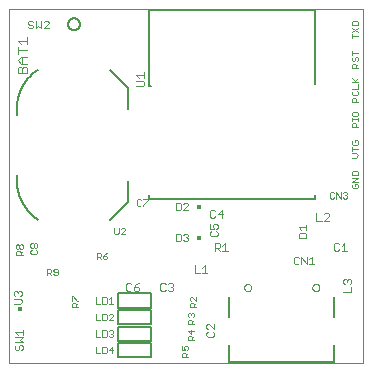
<source format=gto>
G75*
%MOIN*%
%OFA0B0*%
%FSLAX25Y25*%
%IPPOS*%
%LPD*%
%AMOC8*
5,1,8,0,0,1.08239X$1,22.5*
%
%ADD10C,0.00000*%
%ADD11C,0.00200*%
%ADD12C,0.00600*%
%ADD13C,0.00300*%
%ADD14C,0.00500*%
%ADD15R,0.01575X0.01575*%
D10*
X0018501Y0009674D02*
X0018501Y0127784D01*
X0136611Y0127784D01*
X0136611Y0009674D01*
X0018501Y0009674D01*
X0096887Y0034871D02*
X0096889Y0034940D01*
X0096895Y0035008D01*
X0096905Y0035076D01*
X0096919Y0035143D01*
X0096937Y0035210D01*
X0096958Y0035275D01*
X0096984Y0035339D01*
X0097013Y0035401D01*
X0097045Y0035461D01*
X0097081Y0035520D01*
X0097121Y0035576D01*
X0097163Y0035630D01*
X0097209Y0035681D01*
X0097258Y0035730D01*
X0097309Y0035776D01*
X0097363Y0035818D01*
X0097419Y0035858D01*
X0097477Y0035894D01*
X0097538Y0035926D01*
X0097600Y0035955D01*
X0097664Y0035981D01*
X0097729Y0036002D01*
X0097796Y0036020D01*
X0097863Y0036034D01*
X0097931Y0036044D01*
X0097999Y0036050D01*
X0098068Y0036052D01*
X0098137Y0036050D01*
X0098205Y0036044D01*
X0098273Y0036034D01*
X0098340Y0036020D01*
X0098407Y0036002D01*
X0098472Y0035981D01*
X0098536Y0035955D01*
X0098598Y0035926D01*
X0098658Y0035894D01*
X0098717Y0035858D01*
X0098773Y0035818D01*
X0098827Y0035776D01*
X0098878Y0035730D01*
X0098927Y0035681D01*
X0098973Y0035630D01*
X0099015Y0035576D01*
X0099055Y0035520D01*
X0099091Y0035461D01*
X0099123Y0035401D01*
X0099152Y0035339D01*
X0099178Y0035275D01*
X0099199Y0035210D01*
X0099217Y0035143D01*
X0099231Y0035076D01*
X0099241Y0035008D01*
X0099247Y0034940D01*
X0099249Y0034871D01*
X0099247Y0034802D01*
X0099241Y0034734D01*
X0099231Y0034666D01*
X0099217Y0034599D01*
X0099199Y0034532D01*
X0099178Y0034467D01*
X0099152Y0034403D01*
X0099123Y0034341D01*
X0099091Y0034280D01*
X0099055Y0034222D01*
X0099015Y0034166D01*
X0098973Y0034112D01*
X0098927Y0034061D01*
X0098878Y0034012D01*
X0098827Y0033966D01*
X0098773Y0033924D01*
X0098717Y0033884D01*
X0098659Y0033848D01*
X0098598Y0033816D01*
X0098536Y0033787D01*
X0098472Y0033761D01*
X0098407Y0033740D01*
X0098340Y0033722D01*
X0098273Y0033708D01*
X0098205Y0033698D01*
X0098137Y0033692D01*
X0098068Y0033690D01*
X0097999Y0033692D01*
X0097931Y0033698D01*
X0097863Y0033708D01*
X0097796Y0033722D01*
X0097729Y0033740D01*
X0097664Y0033761D01*
X0097600Y0033787D01*
X0097538Y0033816D01*
X0097477Y0033848D01*
X0097419Y0033884D01*
X0097363Y0033924D01*
X0097309Y0033966D01*
X0097258Y0034012D01*
X0097209Y0034061D01*
X0097163Y0034112D01*
X0097121Y0034166D01*
X0097081Y0034222D01*
X0097045Y0034280D01*
X0097013Y0034341D01*
X0096984Y0034403D01*
X0096958Y0034467D01*
X0096937Y0034532D01*
X0096919Y0034599D01*
X0096905Y0034666D01*
X0096895Y0034734D01*
X0096889Y0034802D01*
X0096887Y0034871D01*
X0119642Y0034871D02*
X0119644Y0034940D01*
X0119650Y0035008D01*
X0119660Y0035076D01*
X0119674Y0035143D01*
X0119692Y0035210D01*
X0119713Y0035275D01*
X0119739Y0035339D01*
X0119768Y0035401D01*
X0119800Y0035461D01*
X0119836Y0035520D01*
X0119876Y0035576D01*
X0119918Y0035630D01*
X0119964Y0035681D01*
X0120013Y0035730D01*
X0120064Y0035776D01*
X0120118Y0035818D01*
X0120174Y0035858D01*
X0120232Y0035894D01*
X0120293Y0035926D01*
X0120355Y0035955D01*
X0120419Y0035981D01*
X0120484Y0036002D01*
X0120551Y0036020D01*
X0120618Y0036034D01*
X0120686Y0036044D01*
X0120754Y0036050D01*
X0120823Y0036052D01*
X0120892Y0036050D01*
X0120960Y0036044D01*
X0121028Y0036034D01*
X0121095Y0036020D01*
X0121162Y0036002D01*
X0121227Y0035981D01*
X0121291Y0035955D01*
X0121353Y0035926D01*
X0121413Y0035894D01*
X0121472Y0035858D01*
X0121528Y0035818D01*
X0121582Y0035776D01*
X0121633Y0035730D01*
X0121682Y0035681D01*
X0121728Y0035630D01*
X0121770Y0035576D01*
X0121810Y0035520D01*
X0121846Y0035461D01*
X0121878Y0035401D01*
X0121907Y0035339D01*
X0121933Y0035275D01*
X0121954Y0035210D01*
X0121972Y0035143D01*
X0121986Y0035076D01*
X0121996Y0035008D01*
X0122002Y0034940D01*
X0122004Y0034871D01*
X0122002Y0034802D01*
X0121996Y0034734D01*
X0121986Y0034666D01*
X0121972Y0034599D01*
X0121954Y0034532D01*
X0121933Y0034467D01*
X0121907Y0034403D01*
X0121878Y0034341D01*
X0121846Y0034280D01*
X0121810Y0034222D01*
X0121770Y0034166D01*
X0121728Y0034112D01*
X0121682Y0034061D01*
X0121633Y0034012D01*
X0121582Y0033966D01*
X0121528Y0033924D01*
X0121472Y0033884D01*
X0121414Y0033848D01*
X0121353Y0033816D01*
X0121291Y0033787D01*
X0121227Y0033761D01*
X0121162Y0033740D01*
X0121095Y0033722D01*
X0121028Y0033708D01*
X0120960Y0033698D01*
X0120892Y0033692D01*
X0120823Y0033690D01*
X0120754Y0033692D01*
X0120686Y0033698D01*
X0120618Y0033708D01*
X0120551Y0033722D01*
X0120484Y0033740D01*
X0120419Y0033761D01*
X0120355Y0033787D01*
X0120293Y0033816D01*
X0120232Y0033848D01*
X0120174Y0033884D01*
X0120118Y0033924D01*
X0120064Y0033966D01*
X0120013Y0034012D01*
X0119964Y0034061D01*
X0119918Y0034112D01*
X0119876Y0034166D01*
X0119836Y0034222D01*
X0119800Y0034280D01*
X0119768Y0034341D01*
X0119739Y0034403D01*
X0119713Y0034467D01*
X0119692Y0034532D01*
X0119674Y0034599D01*
X0119660Y0034666D01*
X0119650Y0034734D01*
X0119644Y0034802D01*
X0119642Y0034871D01*
D11*
X0119410Y0042648D02*
X0119410Y0045206D01*
X0118558Y0044353D01*
X0117726Y0045206D02*
X0117726Y0042648D01*
X0116020Y0045206D01*
X0116020Y0042648D01*
X0115188Y0043074D02*
X0114762Y0042648D01*
X0113909Y0042648D01*
X0113483Y0043074D01*
X0113483Y0044780D01*
X0113909Y0045206D01*
X0114762Y0045206D01*
X0115188Y0044780D01*
X0118558Y0042648D02*
X0120263Y0042648D01*
X0126830Y0047565D02*
X0126830Y0049300D01*
X0127264Y0049734D01*
X0128131Y0049734D01*
X0128565Y0049300D01*
X0129408Y0048866D02*
X0130276Y0049734D01*
X0130276Y0047131D01*
X0131143Y0047131D02*
X0129408Y0047131D01*
X0128565Y0047565D02*
X0128131Y0047131D01*
X0127264Y0047131D01*
X0126830Y0047565D01*
X0117613Y0051506D02*
X0117613Y0052785D01*
X0117187Y0053212D01*
X0115482Y0053212D01*
X0115055Y0052785D01*
X0115055Y0051506D01*
X0117613Y0051506D01*
X0117613Y0054044D02*
X0117613Y0055749D01*
X0117613Y0054897D02*
X0115055Y0054897D01*
X0115908Y0054044D01*
X0120987Y0057055D02*
X0120987Y0059657D01*
X0120987Y0057055D02*
X0122722Y0057055D01*
X0123566Y0057055D02*
X0125300Y0058790D01*
X0125300Y0059224D01*
X0124867Y0059657D01*
X0123999Y0059657D01*
X0123566Y0059224D01*
X0123566Y0057055D02*
X0125300Y0057055D01*
X0133133Y0067929D02*
X0134575Y0067929D01*
X0134936Y0068289D01*
X0134936Y0069011D01*
X0134575Y0069371D01*
X0133854Y0069371D01*
X0133854Y0068650D01*
X0133133Y0067929D02*
X0132772Y0068289D01*
X0132772Y0069011D01*
X0133133Y0069371D01*
X0132772Y0070104D02*
X0134936Y0071546D01*
X0132772Y0071546D01*
X0132772Y0072279D02*
X0132772Y0073361D01*
X0133133Y0073722D01*
X0134575Y0073722D01*
X0134936Y0073361D01*
X0134936Y0072279D01*
X0132772Y0072279D01*
X0132772Y0070104D02*
X0134936Y0070104D01*
X0134215Y0078165D02*
X0132772Y0078165D01*
X0132772Y0079608D02*
X0134215Y0079608D01*
X0134936Y0078886D01*
X0134215Y0078165D01*
X0132772Y0080340D02*
X0132772Y0081783D01*
X0132772Y0081061D02*
X0134936Y0081061D01*
X0134575Y0082515D02*
X0133133Y0082515D01*
X0132772Y0082876D01*
X0132772Y0083597D01*
X0133133Y0083958D01*
X0133854Y0083958D02*
X0133854Y0083236D01*
X0133854Y0083958D02*
X0134575Y0083958D01*
X0134936Y0083597D01*
X0134936Y0082876D01*
X0134575Y0082515D01*
X0134215Y0088370D02*
X0134215Y0089452D01*
X0133854Y0089813D01*
X0133133Y0089813D01*
X0132772Y0089452D01*
X0132772Y0088370D01*
X0134936Y0088370D01*
X0134936Y0090545D02*
X0134936Y0091266D01*
X0134936Y0090906D02*
X0132772Y0090906D01*
X0132772Y0091266D02*
X0132772Y0090545D01*
X0133133Y0091995D02*
X0134575Y0091995D01*
X0134936Y0092356D01*
X0134936Y0093077D01*
X0134575Y0093438D01*
X0133133Y0093438D01*
X0132772Y0093077D01*
X0132772Y0092356D01*
X0133133Y0091995D01*
X0132772Y0096762D02*
X0132772Y0097844D01*
X0133133Y0098205D01*
X0133854Y0098205D01*
X0134215Y0097844D01*
X0134215Y0096762D01*
X0134936Y0096762D02*
X0132772Y0096762D01*
X0133133Y0098938D02*
X0134575Y0098938D01*
X0134936Y0099298D01*
X0134936Y0100020D01*
X0134575Y0100380D01*
X0134936Y0101113D02*
X0132772Y0101113D01*
X0133133Y0100380D02*
X0132772Y0100020D01*
X0132772Y0099298D01*
X0133133Y0098938D01*
X0134936Y0101113D02*
X0134936Y0102555D01*
X0134936Y0103288D02*
X0132772Y0103288D01*
X0133854Y0103648D02*
X0134936Y0104730D01*
X0134215Y0103288D02*
X0132772Y0104730D01*
X0132772Y0108086D02*
X0132772Y0109168D01*
X0133133Y0109529D01*
X0133854Y0109529D01*
X0134215Y0109168D01*
X0134215Y0108086D01*
X0134936Y0108086D02*
X0132772Y0108086D01*
X0134215Y0108808D02*
X0134936Y0109529D01*
X0134575Y0110261D02*
X0134936Y0110622D01*
X0134936Y0111343D01*
X0134575Y0111704D01*
X0134215Y0111704D01*
X0133854Y0111343D01*
X0133854Y0110622D01*
X0133493Y0110261D01*
X0133133Y0110261D01*
X0132772Y0110622D01*
X0132772Y0111343D01*
X0133133Y0111704D01*
X0132772Y0112436D02*
X0132772Y0113879D01*
X0132772Y0113158D02*
X0134936Y0113158D01*
X0132772Y0117929D02*
X0132772Y0119371D01*
X0132772Y0118650D02*
X0134936Y0118650D01*
X0134936Y0120104D02*
X0132772Y0121546D01*
X0132772Y0122279D02*
X0132772Y0123361D01*
X0133133Y0123722D01*
X0134575Y0123722D01*
X0134936Y0123361D01*
X0134936Y0122279D01*
X0132772Y0122279D01*
X0132772Y0120104D02*
X0134936Y0121546D01*
X0077929Y0063120D02*
X0077076Y0063120D01*
X0076650Y0062693D01*
X0075818Y0062693D02*
X0075391Y0063120D01*
X0074112Y0063120D01*
X0074112Y0060561D01*
X0075391Y0060561D01*
X0075818Y0060988D01*
X0075818Y0062693D01*
X0077929Y0063120D02*
X0078355Y0062693D01*
X0078355Y0062267D01*
X0076650Y0060561D01*
X0078355Y0060561D01*
X0085528Y0056143D02*
X0085528Y0054438D01*
X0086807Y0054438D01*
X0086380Y0055290D01*
X0086380Y0055717D01*
X0086807Y0056143D01*
X0087659Y0056143D01*
X0088086Y0055717D01*
X0088086Y0054864D01*
X0087659Y0054438D01*
X0087659Y0053605D02*
X0088086Y0053179D01*
X0088086Y0052326D01*
X0087659Y0051900D01*
X0085954Y0051900D01*
X0085528Y0052326D01*
X0085528Y0053179D01*
X0085954Y0053605D01*
X0087148Y0049734D02*
X0088427Y0049734D01*
X0088853Y0049307D01*
X0088853Y0048455D01*
X0088427Y0048028D01*
X0087148Y0048028D01*
X0088000Y0048028D02*
X0088853Y0047176D01*
X0089685Y0047176D02*
X0091390Y0047176D01*
X0090538Y0047176D02*
X0090538Y0049734D01*
X0089685Y0048881D01*
X0087148Y0049734D02*
X0087148Y0047176D01*
X0083802Y0042253D02*
X0083802Y0039695D01*
X0082949Y0039695D02*
X0084655Y0039695D01*
X0082949Y0041401D02*
X0083802Y0042253D01*
X0082117Y0039695D02*
X0080412Y0039695D01*
X0080412Y0042253D01*
X0073280Y0035922D02*
X0073280Y0035495D01*
X0072854Y0035069D01*
X0073280Y0034642D01*
X0073280Y0034216D01*
X0072854Y0033790D01*
X0072001Y0033790D01*
X0071575Y0034216D01*
X0070743Y0034216D02*
X0070316Y0033790D01*
X0069464Y0033790D01*
X0069037Y0034216D01*
X0069037Y0035922D01*
X0069464Y0036348D01*
X0070316Y0036348D01*
X0070743Y0035922D01*
X0071575Y0035922D02*
X0072001Y0036348D01*
X0072854Y0036348D01*
X0073280Y0035922D01*
X0072854Y0035069D02*
X0072428Y0035069D01*
X0078835Y0031516D02*
X0078835Y0030794D01*
X0079196Y0030434D01*
X0079196Y0029701D02*
X0079917Y0029701D01*
X0080278Y0029341D01*
X0080278Y0028258D01*
X0080999Y0028258D02*
X0078835Y0028258D01*
X0078835Y0029341D01*
X0079196Y0029701D01*
X0080278Y0028980D02*
X0080999Y0029701D01*
X0080999Y0030434D02*
X0079556Y0031876D01*
X0079196Y0031876D01*
X0078835Y0031516D01*
X0080999Y0031876D02*
X0080999Y0030434D01*
X0079851Y0026364D02*
X0079490Y0026364D01*
X0079130Y0026004D01*
X0079130Y0025643D01*
X0079130Y0026004D02*
X0078769Y0026364D01*
X0078408Y0026364D01*
X0078048Y0026004D01*
X0078048Y0025282D01*
X0078408Y0024922D01*
X0078408Y0024189D02*
X0078048Y0023829D01*
X0078048Y0022747D01*
X0080212Y0022747D01*
X0079490Y0022747D02*
X0079490Y0023829D01*
X0079130Y0024189D01*
X0078408Y0024189D01*
X0079490Y0023468D02*
X0080212Y0024189D01*
X0079851Y0024922D02*
X0080212Y0025282D01*
X0080212Y0026004D01*
X0079851Y0026364D01*
X0084347Y0022295D02*
X0084347Y0021442D01*
X0084773Y0021016D01*
X0084773Y0020184D02*
X0084347Y0019757D01*
X0084347Y0018905D01*
X0084773Y0018478D01*
X0086478Y0018478D01*
X0086905Y0018905D01*
X0086905Y0019757D01*
X0086478Y0020184D01*
X0086905Y0021016D02*
X0085199Y0022721D01*
X0084773Y0022721D01*
X0084347Y0022295D01*
X0086905Y0022721D02*
X0086905Y0021016D01*
X0080212Y0020492D02*
X0078048Y0020492D01*
X0079130Y0019410D01*
X0079130Y0020853D01*
X0079130Y0018678D02*
X0079490Y0018317D01*
X0079490Y0017235D01*
X0079490Y0017956D02*
X0080212Y0018678D01*
X0079130Y0018678D02*
X0078408Y0018678D01*
X0078048Y0018317D01*
X0078048Y0017235D01*
X0080212Y0017235D01*
X0078243Y0014980D02*
X0078243Y0014259D01*
X0077883Y0013898D01*
X0077161Y0013898D02*
X0076800Y0014619D01*
X0076800Y0014980D01*
X0077161Y0015341D01*
X0077883Y0015341D01*
X0078243Y0014980D01*
X0077161Y0013898D02*
X0076079Y0013898D01*
X0076079Y0015341D01*
X0076440Y0013166D02*
X0077161Y0013166D01*
X0077522Y0012805D01*
X0077522Y0011723D01*
X0078243Y0011723D02*
X0076079Y0011723D01*
X0076079Y0012805D01*
X0076440Y0013166D01*
X0077522Y0012444D02*
X0078243Y0013166D01*
X0061437Y0033790D02*
X0061863Y0034216D01*
X0061863Y0034642D01*
X0061437Y0035069D01*
X0060158Y0035069D01*
X0060158Y0034216D01*
X0060584Y0033790D01*
X0061437Y0033790D01*
X0060158Y0035069D02*
X0061010Y0035922D01*
X0061863Y0036348D01*
X0059325Y0035922D02*
X0058899Y0036348D01*
X0058046Y0036348D01*
X0057620Y0035922D01*
X0057620Y0034216D01*
X0058046Y0033790D01*
X0058899Y0033790D01*
X0059325Y0034216D01*
X0053301Y0029459D02*
X0051859Y0029459D01*
X0052580Y0029459D02*
X0052580Y0031623D01*
X0051859Y0030902D01*
X0051126Y0031262D02*
X0051126Y0029820D01*
X0050766Y0029459D01*
X0049684Y0029459D01*
X0049684Y0031623D01*
X0050766Y0031623D01*
X0051126Y0031262D01*
X0048951Y0029459D02*
X0047508Y0029459D01*
X0047508Y0031623D01*
X0047508Y0026111D02*
X0047508Y0023947D01*
X0048951Y0023947D01*
X0049684Y0023947D02*
X0050766Y0023947D01*
X0051126Y0024308D01*
X0051126Y0025751D01*
X0050766Y0026111D01*
X0049684Y0026111D01*
X0049684Y0023947D01*
X0051859Y0023947D02*
X0053301Y0025390D01*
X0053301Y0025751D01*
X0052941Y0026111D01*
X0052219Y0026111D01*
X0051859Y0025751D01*
X0051859Y0023947D02*
X0053301Y0023947D01*
X0052941Y0020599D02*
X0053301Y0020239D01*
X0053301Y0019878D01*
X0052941Y0019517D01*
X0053301Y0019157D01*
X0053301Y0018796D01*
X0052941Y0018435D01*
X0052219Y0018435D01*
X0051859Y0018796D01*
X0051126Y0018796D02*
X0051126Y0020239D01*
X0050766Y0020599D01*
X0049684Y0020599D01*
X0049684Y0018435D01*
X0050766Y0018435D01*
X0051126Y0018796D01*
X0051859Y0020239D02*
X0052219Y0020599D01*
X0052941Y0020599D01*
X0052941Y0019517D02*
X0052580Y0019517D01*
X0048951Y0018435D02*
X0047508Y0018435D01*
X0047508Y0020599D01*
X0047508Y0015088D02*
X0047508Y0012924D01*
X0048951Y0012924D01*
X0049684Y0012924D02*
X0050766Y0012924D01*
X0051126Y0013284D01*
X0051126Y0014727D01*
X0050766Y0015088D01*
X0049684Y0015088D01*
X0049684Y0012924D01*
X0051859Y0014006D02*
X0052941Y0015088D01*
X0052941Y0012924D01*
X0053301Y0014006D02*
X0051859Y0014006D01*
X0041629Y0028278D02*
X0039465Y0028278D01*
X0039465Y0029360D01*
X0039826Y0029721D01*
X0040547Y0029721D01*
X0040908Y0029360D01*
X0040908Y0028278D01*
X0040908Y0028999D02*
X0041629Y0029721D01*
X0041629Y0030453D02*
X0041268Y0030453D01*
X0039826Y0031896D01*
X0039465Y0031896D01*
X0039465Y0030453D01*
X0034437Y0038908D02*
X0033715Y0038908D01*
X0033355Y0039269D01*
X0033715Y0039990D02*
X0034797Y0039990D01*
X0034797Y0040711D02*
X0034437Y0041072D01*
X0033715Y0041072D01*
X0033355Y0040711D01*
X0033355Y0040351D01*
X0033715Y0039990D01*
X0032622Y0039990D02*
X0032262Y0039629D01*
X0031180Y0039629D01*
X0031901Y0039629D02*
X0032622Y0038908D01*
X0032622Y0039990D02*
X0032622Y0040711D01*
X0032262Y0041072D01*
X0031180Y0041072D01*
X0031180Y0038908D01*
X0034437Y0038908D02*
X0034797Y0039269D01*
X0034797Y0040711D01*
X0027849Y0046355D02*
X0027849Y0047077D01*
X0027489Y0047437D01*
X0027489Y0048170D02*
X0027128Y0048170D01*
X0026767Y0048530D01*
X0026767Y0049252D01*
X0027128Y0049612D01*
X0027489Y0049612D01*
X0027849Y0049252D01*
X0027849Y0048530D01*
X0027489Y0048170D01*
X0026767Y0048530D02*
X0026407Y0048170D01*
X0026046Y0048170D01*
X0025685Y0048530D01*
X0025685Y0049252D01*
X0026046Y0049612D01*
X0026407Y0049612D01*
X0026767Y0049252D01*
X0026046Y0047437D02*
X0025685Y0047077D01*
X0025685Y0046355D01*
X0026046Y0045994D01*
X0027489Y0045994D01*
X0027849Y0046355D01*
X0023125Y0047043D02*
X0022404Y0046322D01*
X0022404Y0046683D02*
X0022404Y0045601D01*
X0023125Y0045601D02*
X0020961Y0045601D01*
X0020961Y0046683D01*
X0021322Y0047043D01*
X0022043Y0047043D01*
X0022404Y0046683D01*
X0022404Y0047776D02*
X0022043Y0048137D01*
X0022043Y0048858D01*
X0022404Y0049219D01*
X0022764Y0049219D01*
X0023125Y0048858D01*
X0023125Y0048137D01*
X0022764Y0047776D01*
X0022404Y0047776D01*
X0022043Y0048137D02*
X0021682Y0047776D01*
X0021322Y0047776D01*
X0020961Y0048137D01*
X0020961Y0048858D01*
X0021322Y0049219D01*
X0021682Y0049219D01*
X0022043Y0048858D01*
X0021864Y0033772D02*
X0022298Y0033772D01*
X0022731Y0033338D01*
X0022731Y0032471D01*
X0022298Y0032037D01*
X0022298Y0031194D02*
X0020129Y0031194D01*
X0020563Y0032037D02*
X0020129Y0032471D01*
X0020129Y0033338D01*
X0020563Y0033772D01*
X0020997Y0033772D01*
X0021430Y0033338D01*
X0021864Y0033772D01*
X0021430Y0033338D02*
X0021430Y0032905D01*
X0022298Y0031194D02*
X0022731Y0030760D01*
X0022731Y0029893D01*
X0022298Y0029459D01*
X0020129Y0029459D01*
X0023125Y0020885D02*
X0023125Y0019180D01*
X0023125Y0018348D02*
X0020567Y0018348D01*
X0021420Y0019180D02*
X0020567Y0020033D01*
X0023125Y0020033D01*
X0023125Y0018348D02*
X0022272Y0017495D01*
X0023125Y0016642D01*
X0020567Y0016642D01*
X0020993Y0015810D02*
X0020567Y0015384D01*
X0020567Y0014531D01*
X0020993Y0014105D01*
X0021420Y0014105D01*
X0021846Y0014531D01*
X0021846Y0015384D01*
X0022272Y0015810D01*
X0022699Y0015810D01*
X0023125Y0015384D01*
X0023125Y0014531D01*
X0022699Y0014105D01*
X0047735Y0044223D02*
X0047735Y0046387D01*
X0048817Y0046387D01*
X0049177Y0046026D01*
X0049177Y0045305D01*
X0048817Y0044944D01*
X0047735Y0044944D01*
X0048456Y0044944D02*
X0049177Y0044223D01*
X0049910Y0044584D02*
X0050270Y0044223D01*
X0050992Y0044223D01*
X0051352Y0044584D01*
X0051352Y0044944D01*
X0050992Y0045305D01*
X0049910Y0045305D01*
X0049910Y0044584D01*
X0049910Y0045305D02*
X0050631Y0046026D01*
X0051352Y0046387D01*
X0053981Y0052687D02*
X0054703Y0052687D01*
X0055063Y0053048D01*
X0055063Y0054851D01*
X0055796Y0054491D02*
X0056156Y0054851D01*
X0056878Y0054851D01*
X0057238Y0054491D01*
X0057238Y0054130D01*
X0055796Y0052687D01*
X0057238Y0052687D01*
X0053981Y0052687D02*
X0053621Y0053048D01*
X0053621Y0054851D01*
X0061120Y0062497D02*
X0061481Y0062136D01*
X0062202Y0062136D01*
X0062563Y0062497D01*
X0063295Y0062497D02*
X0063295Y0062136D01*
X0063295Y0062497D02*
X0064738Y0063940D01*
X0064738Y0064300D01*
X0063295Y0064300D01*
X0062563Y0063940D02*
X0062202Y0064300D01*
X0061481Y0064300D01*
X0061120Y0063940D01*
X0061120Y0062497D01*
X0074112Y0052883D02*
X0074112Y0050325D01*
X0075391Y0050325D01*
X0075818Y0050752D01*
X0075818Y0052457D01*
X0075391Y0052883D01*
X0074112Y0052883D01*
X0076650Y0052457D02*
X0077076Y0052883D01*
X0077929Y0052883D01*
X0078355Y0052457D01*
X0078355Y0052031D01*
X0077929Y0051604D01*
X0078355Y0051178D01*
X0078355Y0050752D01*
X0077929Y0050325D01*
X0077076Y0050325D01*
X0076650Y0050752D01*
X0077503Y0051604D02*
X0077929Y0051604D01*
X0085573Y0058626D02*
X0085573Y0060331D01*
X0085999Y0060757D01*
X0086852Y0060757D01*
X0087278Y0060331D01*
X0088110Y0059478D02*
X0089816Y0059478D01*
X0089389Y0058199D02*
X0089389Y0060757D01*
X0088110Y0059478D01*
X0087278Y0058626D02*
X0086852Y0058199D01*
X0085999Y0058199D01*
X0085573Y0058626D01*
X0129996Y0037312D02*
X0129996Y0036445D01*
X0130430Y0036011D01*
X0131297Y0036879D02*
X0131297Y0037312D01*
X0131731Y0037746D01*
X0132165Y0037746D01*
X0132598Y0037312D01*
X0132598Y0036445D01*
X0132165Y0036011D01*
X0132598Y0035168D02*
X0132598Y0033433D01*
X0129996Y0033433D01*
X0129996Y0037312D02*
X0130430Y0037746D01*
X0130864Y0037746D01*
X0131297Y0037312D01*
D12*
X0120469Y0064398D02*
X0120469Y0065580D01*
X0120469Y0064398D02*
X0065351Y0064398D01*
X0065351Y0065580D01*
X0065351Y0102098D02*
X0065351Y0127391D01*
X0120469Y0127391D01*
X0120469Y0102587D01*
X0065751Y0102098D02*
X0065351Y0102098D01*
D13*
X0063626Y0102425D02*
X0063626Y0103376D01*
X0063151Y0103851D01*
X0060774Y0103851D01*
X0061725Y0104850D02*
X0060774Y0105801D01*
X0063626Y0105801D01*
X0063626Y0106751D02*
X0063626Y0104850D01*
X0063626Y0102425D02*
X0063151Y0101950D01*
X0060774Y0101950D01*
X0031714Y0121234D02*
X0030046Y0121234D01*
X0031714Y0122902D01*
X0031714Y0123319D01*
X0031297Y0123736D01*
X0030463Y0123736D01*
X0030046Y0123319D01*
X0029136Y0123736D02*
X0029136Y0121234D01*
X0028302Y0122068D01*
X0027468Y0121234D01*
X0027468Y0123736D01*
X0026558Y0123319D02*
X0026141Y0123736D01*
X0025307Y0123736D01*
X0024890Y0123319D01*
X0024890Y0122902D01*
X0025307Y0122485D01*
X0026141Y0122485D01*
X0026558Y0122068D01*
X0026558Y0121651D01*
X0026141Y0121234D01*
X0025307Y0121234D01*
X0024890Y0121651D01*
X0024650Y0118233D02*
X0024650Y0116069D01*
X0024650Y0117151D02*
X0021404Y0117151D01*
X0022486Y0116069D01*
X0021404Y0114970D02*
X0021404Y0112806D01*
X0021404Y0113888D02*
X0024650Y0113888D01*
X0024650Y0111707D02*
X0022486Y0111707D01*
X0021404Y0110625D01*
X0022486Y0109543D01*
X0024650Y0109543D01*
X0024109Y0108445D02*
X0024650Y0107904D01*
X0024650Y0106281D01*
X0021404Y0106281D01*
X0021404Y0107904D01*
X0021945Y0108445D01*
X0022486Y0108445D01*
X0023027Y0107904D01*
X0023027Y0106281D01*
X0023027Y0107904D02*
X0023568Y0108445D01*
X0024109Y0108445D01*
X0023027Y0109543D02*
X0023027Y0111707D01*
X0125511Y0066268D02*
X0125511Y0064892D01*
X0125855Y0064548D01*
X0126543Y0064548D01*
X0126887Y0064892D01*
X0127686Y0064548D02*
X0127686Y0066612D01*
X0129062Y0064548D01*
X0129062Y0066612D01*
X0129861Y0066268D02*
X0130205Y0066612D01*
X0130893Y0066612D01*
X0131237Y0066268D01*
X0131237Y0065924D01*
X0130893Y0065580D01*
X0131237Y0065236D01*
X0131237Y0064892D01*
X0130893Y0064548D01*
X0130205Y0064548D01*
X0129861Y0064892D01*
X0130549Y0065580D02*
X0130893Y0065580D01*
X0126887Y0066268D02*
X0126543Y0066612D01*
X0125855Y0066612D01*
X0125511Y0066268D01*
D14*
X0127044Y0031721D02*
X0127044Y0025028D01*
X0127044Y0015580D02*
X0127044Y0010146D01*
X0091847Y0010146D01*
X0091847Y0015580D01*
X0091847Y0025028D02*
X0091847Y0031721D01*
X0065745Y0032902D02*
X0065745Y0028178D01*
X0054721Y0028178D01*
X0054721Y0032902D01*
X0065745Y0032902D01*
X0065745Y0027391D02*
X0065745Y0022666D01*
X0054721Y0022666D01*
X0054721Y0027391D01*
X0065745Y0027391D01*
X0065745Y0021879D02*
X0065745Y0017154D01*
X0054721Y0017154D01*
X0054721Y0021879D01*
X0065745Y0021879D01*
X0065745Y0016367D02*
X0065745Y0011643D01*
X0054721Y0011643D01*
X0054721Y0016367D01*
X0065745Y0016367D01*
X0052154Y0057509D02*
X0058154Y0063509D01*
X0058154Y0070509D01*
X0028154Y0057508D02*
X0027831Y0057735D01*
X0027514Y0057970D01*
X0027202Y0058212D01*
X0026897Y0058462D01*
X0026597Y0058719D01*
X0026304Y0058983D01*
X0026017Y0059255D01*
X0025737Y0059533D01*
X0025464Y0059818D01*
X0025198Y0060109D01*
X0024939Y0060407D01*
X0024688Y0060711D01*
X0024443Y0061021D01*
X0024207Y0061337D01*
X0023978Y0061659D01*
X0023757Y0061986D01*
X0023544Y0062318D01*
X0023339Y0062655D01*
X0023142Y0062998D01*
X0022954Y0063344D01*
X0022774Y0063696D01*
X0022603Y0064051D01*
X0022440Y0064411D01*
X0022287Y0064774D01*
X0022142Y0065142D01*
X0022006Y0065512D01*
X0021879Y0065886D01*
X0021761Y0066263D01*
X0021652Y0066642D01*
X0021553Y0067024D01*
X0021463Y0067408D01*
X0021382Y0067795D01*
X0021311Y0068183D01*
X0021249Y0068572D01*
X0021196Y0068964D01*
X0021153Y0069356D01*
X0021120Y0069749D01*
X0021096Y0070143D01*
X0021082Y0070538D01*
X0021077Y0070932D01*
X0021082Y0071327D01*
X0021096Y0071721D01*
X0021120Y0072115D01*
X0021154Y0072509D01*
X0021154Y0092508D02*
X0021120Y0092902D01*
X0021096Y0093296D01*
X0021082Y0093690D01*
X0021077Y0094085D01*
X0021082Y0094479D01*
X0021096Y0094874D01*
X0021120Y0095268D01*
X0021153Y0095661D01*
X0021196Y0096053D01*
X0021249Y0096445D01*
X0021311Y0096834D01*
X0021382Y0097222D01*
X0021463Y0097609D01*
X0021553Y0097993D01*
X0021652Y0098375D01*
X0021761Y0098754D01*
X0021879Y0099131D01*
X0022006Y0099505D01*
X0022142Y0099875D01*
X0022287Y0100243D01*
X0022440Y0100606D01*
X0022603Y0100966D01*
X0022774Y0101321D01*
X0022954Y0101673D01*
X0023142Y0102019D01*
X0023339Y0102362D01*
X0023544Y0102699D01*
X0023757Y0103031D01*
X0023978Y0103358D01*
X0024207Y0103680D01*
X0024443Y0103996D01*
X0024688Y0104306D01*
X0024939Y0104610D01*
X0025198Y0104908D01*
X0025464Y0105199D01*
X0025737Y0105484D01*
X0026017Y0105762D01*
X0026304Y0106034D01*
X0026597Y0106298D01*
X0026897Y0106555D01*
X0027202Y0106805D01*
X0027514Y0107047D01*
X0027831Y0107282D01*
X0028154Y0107509D01*
X0038185Y0122666D02*
X0038187Y0122754D01*
X0038193Y0122842D01*
X0038203Y0122930D01*
X0038217Y0123018D01*
X0038234Y0123104D01*
X0038256Y0123190D01*
X0038281Y0123274D01*
X0038311Y0123358D01*
X0038343Y0123440D01*
X0038380Y0123520D01*
X0038420Y0123599D01*
X0038464Y0123676D01*
X0038511Y0123751D01*
X0038561Y0123823D01*
X0038615Y0123894D01*
X0038671Y0123961D01*
X0038731Y0124027D01*
X0038793Y0124089D01*
X0038859Y0124149D01*
X0038926Y0124205D01*
X0038997Y0124259D01*
X0039069Y0124309D01*
X0039144Y0124356D01*
X0039221Y0124400D01*
X0039300Y0124440D01*
X0039380Y0124477D01*
X0039462Y0124509D01*
X0039546Y0124539D01*
X0039630Y0124564D01*
X0039716Y0124586D01*
X0039802Y0124603D01*
X0039890Y0124617D01*
X0039978Y0124627D01*
X0040066Y0124633D01*
X0040154Y0124635D01*
X0040242Y0124633D01*
X0040330Y0124627D01*
X0040418Y0124617D01*
X0040506Y0124603D01*
X0040592Y0124586D01*
X0040678Y0124564D01*
X0040762Y0124539D01*
X0040846Y0124509D01*
X0040928Y0124477D01*
X0041008Y0124440D01*
X0041087Y0124400D01*
X0041164Y0124356D01*
X0041239Y0124309D01*
X0041311Y0124259D01*
X0041382Y0124205D01*
X0041449Y0124149D01*
X0041515Y0124089D01*
X0041577Y0124027D01*
X0041637Y0123961D01*
X0041693Y0123894D01*
X0041747Y0123823D01*
X0041797Y0123751D01*
X0041844Y0123676D01*
X0041888Y0123599D01*
X0041928Y0123520D01*
X0041965Y0123440D01*
X0041997Y0123358D01*
X0042027Y0123274D01*
X0042052Y0123190D01*
X0042074Y0123104D01*
X0042091Y0123018D01*
X0042105Y0122930D01*
X0042115Y0122842D01*
X0042121Y0122754D01*
X0042123Y0122666D01*
X0042121Y0122578D01*
X0042115Y0122490D01*
X0042105Y0122402D01*
X0042091Y0122314D01*
X0042074Y0122228D01*
X0042052Y0122142D01*
X0042027Y0122058D01*
X0041997Y0121974D01*
X0041965Y0121892D01*
X0041928Y0121812D01*
X0041888Y0121733D01*
X0041844Y0121656D01*
X0041797Y0121581D01*
X0041747Y0121509D01*
X0041693Y0121438D01*
X0041637Y0121371D01*
X0041577Y0121305D01*
X0041515Y0121243D01*
X0041449Y0121183D01*
X0041382Y0121127D01*
X0041311Y0121073D01*
X0041239Y0121023D01*
X0041164Y0120976D01*
X0041087Y0120932D01*
X0041008Y0120892D01*
X0040928Y0120855D01*
X0040846Y0120823D01*
X0040762Y0120793D01*
X0040678Y0120768D01*
X0040592Y0120746D01*
X0040506Y0120729D01*
X0040418Y0120715D01*
X0040330Y0120705D01*
X0040242Y0120699D01*
X0040154Y0120697D01*
X0040066Y0120699D01*
X0039978Y0120705D01*
X0039890Y0120715D01*
X0039802Y0120729D01*
X0039716Y0120746D01*
X0039630Y0120768D01*
X0039546Y0120793D01*
X0039462Y0120823D01*
X0039380Y0120855D01*
X0039300Y0120892D01*
X0039221Y0120932D01*
X0039144Y0120976D01*
X0039069Y0121023D01*
X0038997Y0121073D01*
X0038926Y0121127D01*
X0038859Y0121183D01*
X0038793Y0121243D01*
X0038731Y0121305D01*
X0038671Y0121371D01*
X0038615Y0121438D01*
X0038561Y0121509D01*
X0038511Y0121581D01*
X0038464Y0121656D01*
X0038420Y0121733D01*
X0038380Y0121812D01*
X0038343Y0121892D01*
X0038311Y0121974D01*
X0038281Y0122058D01*
X0038256Y0122142D01*
X0038234Y0122228D01*
X0038217Y0122314D01*
X0038203Y0122402D01*
X0038193Y0122490D01*
X0038187Y0122578D01*
X0038185Y0122666D01*
X0052154Y0107509D02*
X0058154Y0101509D01*
X0058154Y0094509D01*
D15*
X0081886Y0061643D03*
X0081886Y0051406D03*
X0022241Y0027784D03*
M02*

</source>
